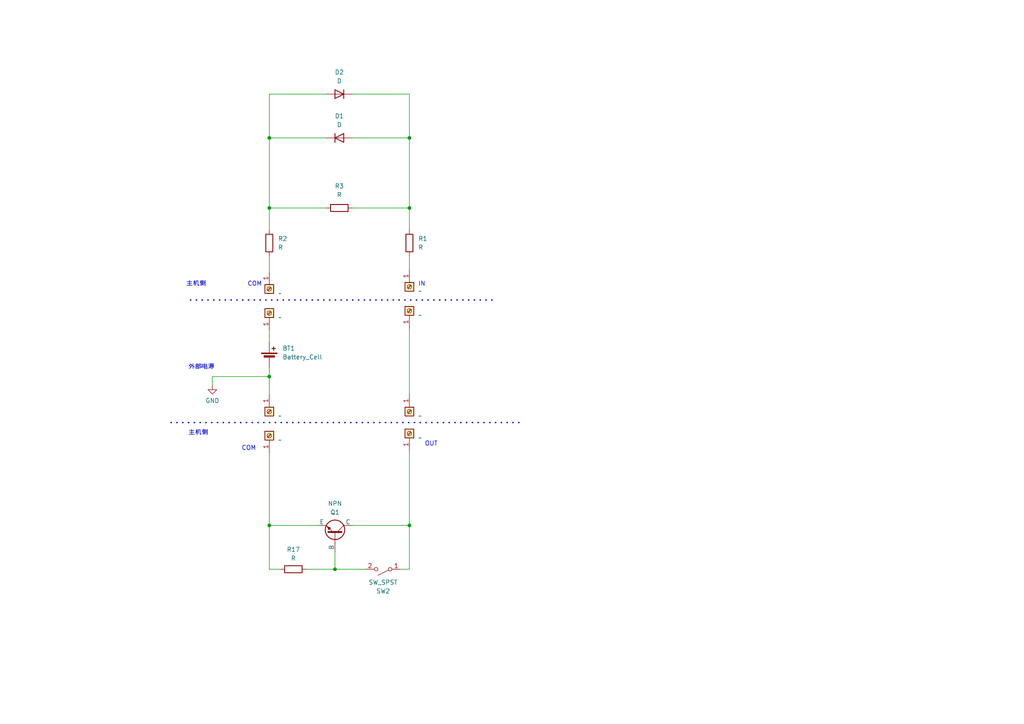
<source format=kicad_sch>
(kicad_sch (version 20230121) (generator eeschema)
  (paper "A4")
  (lib_symbols
    (symbol "Connector:Screw_Terminal_01x01" (pin_names (offset 1.016) hide)
      (property "Reference" "J" (at 0 2.54 0))
      (property "Value" "Screw_Terminal_01x01" (at 0 -2.54 0))
      (symbol "Screw_Terminal_01x01_1_1"
        (rectangle (start -1.27 1.27) (end 1.27 -1.27) (stroke (width 0.254)) (fill (type background)))
        (polyline (pts (xy -0.5334 0.3302) (xy 0.3302 -0.508)) (stroke (width 0.1524)))
        (polyline (pts (xy -0.3556 0.508) (xy 0.508 -0.3302)) (stroke (width 0.1524)))
        (circle (center 0 0) (radius 0.635) (stroke (width 0.1524)))
        (pin passive line (at -5.08 0 0) (length 3.81) (name "Pin_1") (number "1"))
      )
    )
    (symbol "Device:Battery_Cell" (pin_numbers hide) (pin_names (offset 0) hide)
      (property "Reference" "BT" (at 2.54 2.54 0))
      (property "Value" "Battery_Cell" (at 2.54 0 0))
      (symbol "Battery_Cell_0_1"
        (rectangle (start -2.286 1.778) (end 2.286 1.524) (fill (type outline)))
        (rectangle (start -1.524 1.016) (end 1.524 0.508) (fill (type outline)))
        (polyline (pts (xy 0 0.762) (xy 0 0)))
        (polyline (pts (xy 0 1.778) (xy 0 2.54)))
        (polyline (pts (xy 0.762 3.048) (xy 1.778 3.048)) (stroke (width 0.254)))
        (polyline (pts (xy 1.27 3.556) (xy 1.27 2.54)) (stroke (width 0.254)))
      )
      (symbol "Battery_Cell_1_1"
        (pin passive line (at 0 5.08 270) (length 2.54) (name "+") (number "1"))
        (pin passive line (at 0 -2.54 90) (length 2.54) (name "-") (number "2"))
      )
    )
    (symbol "Device:D" (pin_numbers hide) (pin_names (offset 1.016) hide)
      (property "Reference" "D" (at 0 2.54 0))
      (property "Value" "D" (at 0 -2.54 0))
      (symbol "D_0_1"
        (polyline (pts (xy -1.27 1.27) (xy -1.27 -1.27)) (stroke (width 0.254)))
        (polyline (pts (xy 1.27 0) (xy -1.27 0)))
        (polyline (pts (xy 1.27 1.27) (xy 1.27 -1.27) (xy -1.27 0) (xy 1.27 1.27)) (stroke (width 0.254)))
      )
      (symbol "D_1_1"
        (pin passive line (at -3.81 0 0) (length 2.54) (name "K") (number "1"))
        (pin passive line (at 3.81 0 180) (length 2.54) (name "A") (number "2"))
      )
    )
    (symbol "Device:R" (pin_numbers hide) (pin_names (offset 0))
      (property "Reference" "R" (at 2.032 0 90))
      (property "Value" "R" (at 0 0 90))
      (symbol "R_0_1"
        (rectangle (start -1.016 -2.54) (end 1.016 2.54) (stroke (width 0.254)))
      )
      (symbol "R_1_1"
        (pin passive line (at 0 3.81 270) (length 1.27) (name "~") (number "1"))
        (pin passive line (at 0 -3.81 90) (length 1.27) (name "~") (number "2"))
      )
    )
    (symbol "Simulation_SPICE:NPN" (pin_numbers hide) (pin_names (offset 0))
      (property "Reference" "Q" (at -2.54 7.62 0))
      (property "Value" "NPN" (at -2.54 5.08 0))
      (symbol "NPN_0_1"
        (polyline (pts (xy -2.54 0) (xy 0.635 0)) (stroke (width 0.1524)))
        (polyline (pts (xy 0.635 0.635) (xy 2.54 2.54)))
        (polyline (pts (xy 2.794 -1.27) (xy 2.794 -1.27)) (stroke (width 0.1524)))
        (polyline (pts (xy 2.794 -1.27) (xy 2.794 -1.27)) (stroke (width 0.1524)))
        (polyline (pts (xy 0.635 -0.635) (xy 2.54 -2.54) (xy 2.54 -2.54)))
        (polyline (pts (xy 0.635 1.905) (xy 0.635 -1.905) (xy 0.635 -1.905)) (stroke (width 0.508)))
        (polyline (pts (xy 1.27 -1.778) (xy 1.778 -1.27) (xy 2.286 -2.286) (xy 1.27 -1.778) (xy 1.27 -1.778)) (fill (type outline)))
        (circle (center 1.27 0) (radius 2.8194) (stroke (width 0.254)))
      )
      (symbol "NPN_1_1"
        (pin open_collector line (at 2.54 5.08 270) (length 2.54) (name "C") (number "1"))
        (pin input line (at -5.08 0 0) (length 2.54) (name "B") (number "2"))
        (pin open_emitter line (at 2.54 -5.08 90) (length 2.54) (name "E") (number "3"))
      )
    )
    (symbol "Switch:SW_SPST" (pin_names (offset 0) hide)
      (property "Reference" "SW" (at 0 3.175 0))
      (property "Value" "SW_SPST" (at 0 -2.54 0))
      (symbol "SW_SPST_0_0"
        (circle (center -2.032 0) (radius 0.508))
        (polyline (pts (xy -1.524 0.254) (xy 1.524 1.778)))
        (circle (center 2.032 0) (radius 0.508))
      )
      (symbol "SW_SPST_1_1"
        (pin passive line (at -5.08 0 0) (length 2.54) (name "A") (number "1"))
        (pin passive line (at 5.08 0 180) (length 2.54) (name "B") (number "2"))
      )
    )
    (symbol "power:GND" (power) (pin_names (offset 0))
      (property "Value" "GND" (at 0 -3.81 0))
      (symbol "GND_0_1"
        (polyline (pts (xy 0 0) (xy 0 -1.27) (xy 1.27 -1.27) (xy 0 -2.54) (xy -1.27 -1.27) (xy 0 -1.27)))
      )
      (symbol "GND_1_1"
        (pin power_in line (at 0 0 270) (length 0) hide (name "GND") (number "1"))
      )
    )
  )
  (junction (at 78.105 40.005))
  (junction (at 78.105 152.4))
  (junction (at 118.745 60.325))
  (junction (at 78.105 109.22))
  (junction (at 78.105 60.325))
  (junction (at 118.745 40.005))
  (junction (at 118.745 152.4))
  (junction (at 97.155 165.1))
  (wire (pts (xy 88.9 165.1) (xy 97.155 165.1)))
  (wire (pts (xy 78.105 165.1) (xy 78.105 152.4)))
  (wire (pts (xy 78.105 95.885) (xy 78.105 99.06)))
  (wire (pts (xy 97.155 165.1) (xy 97.155 160.02)))
  (wire (pts (xy 78.105 109.22) (xy 78.105 114.3)))
  (wire (pts (xy 94.615 40.005) (xy 78.105 40.005)))
  (wire (pts (xy 118.745 165.1) (xy 118.745 152.4)))
  (wire (pts (xy 78.105 27.305) (xy 78.105 40.005)))
  (wire (pts (xy 118.745 40.005) (xy 118.745 60.325)))
  (wire (pts (xy 61.595 109.22) (xy 78.105 109.22)))
  (wire (pts (xy 102.235 27.305) (xy 118.745 27.305)))
  (wire (pts (xy 78.105 131.445) (xy 78.105 152.4)))
  (polyline (pts (xy 150.495 122.555) (xy 49.53 122.555)) (stroke (width 0.4) (type dot)))
  (wire (pts (xy 118.745 60.325) (xy 118.745 66.675)))
  (wire (pts (xy 61.595 111.76) (xy 61.595 109.22)))
  (wire (pts (xy 78.105 74.295) (xy 78.105 78.74)))
  (wire (pts (xy 118.745 130.81) (xy 118.745 152.4)))
  (wire (pts (xy 78.105 66.675) (xy 78.105 60.325)))
  (wire (pts (xy 92.075 152.4) (xy 78.105 152.4)))
  (wire (pts (xy 118.745 74.295) (xy 118.745 78.105)))
  (wire (pts (xy 106.045 165.1) (xy 97.155 165.1)))
  (wire (pts (xy 102.235 60.325) (xy 118.745 60.325)))
  (wire (pts (xy 81.28 165.1) (xy 78.105 165.1)))
  (wire (pts (xy 78.105 106.68) (xy 78.105 109.22)))
  (wire (pts (xy 102.235 152.4) (xy 118.745 152.4)))
  (wire (pts (xy 78.105 40.005) (xy 78.105 60.325)))
  (wire (pts (xy 102.235 40.005) (xy 118.745 40.005)))
  (wire (pts (xy 78.105 60.325) (xy 94.615 60.325)))
  (wire (pts (xy 94.615 27.305) (xy 78.105 27.305)))
  (wire (pts (xy 116.205 165.1) (xy 118.745 165.1)))
  (wire (pts (xy 118.745 27.305) (xy 118.745 40.005)))
  (polyline (pts (xy 55.245 86.995) (xy 144.145 86.995)) (stroke (width 0.4) (type dot)))
  (wire (pts (xy 118.745 95.25) (xy 118.745 114.3)))
  (text "OUT\n" (at 127 129.54 0) (effects (font (size 1.27 1.27)) (justify right bottom)))
  (text "主机侧" (at 53.975 83.185 0) (effects (font (size 1.27 1.27)) (justify left bottom)))
  (text "COM" (at 74.295 130.81 0) (effects (font (size 1.27 1.27)) (justify right bottom)))
  (text "外部电源" (at 54.61 107.315 0) (effects (font (size 1.27 1.27)) (justify left bottom)))
  (text "COM" (at 71.755 83.185 0) (effects (font (size 1.27 1.27)) (justify left bottom)))
  (text "IN" (at 121.285 83.185 0) (effects (font (size 1.27 1.27)) (justify left bottom)))
  (text "主机侧" (at 54.61 126.365 0) (effects (font (size 1.27 1.27)) (justify left bottom)))
  (symbol (lib_id "Device:R") (at 85.09 165.1 90) (unit 1)
    (property "Reference" "R17" (at 85.09 159.385 90))
    (property "Value" "R" (at 85.09 161.925 90))
  )
  (symbol (lib_id "Connector:Screw_Terminal_01x01") (at 78.105 83.82 270) (unit 1)
    (property "Reference" "J9" (effects hide))
    (property "Value" "~" (at 80.645 85.09 90) (effects (justify left)))
  )
  (symbol (lib_id "Device:R") (at 98.425 60.325 270) (unit 1)
    (property "Reference" "R3" (at 98.425 53.975 90))
    (property "Value" "R" (at 98.425 56.515 90))
    (instances (project "SimpeIODiagram" (path "" (reference "R3") (unit 1)) (path "" (reference "R2") (unit 1)) (path "" (reference "R6") (unit 1))))
  )
  (symbol (lib_id "Connector:Screw_Terminal_01x01") (at 78.105 126.365 90) (unit 1)
    (property "Reference" "J12" (effects hide))
    (property "Value" "~" (at 80.645 127.635 90) (effects (justify right)))
  )
  (symbol (lib_id "Device:D") (at 98.425 27.305 180) (unit 1)
    (property "Reference" "D2" (at 98.425 20.955 0))
    (property "Value" "D" (at 98.425 23.495 0))
    (property "Sim.Device" "D" (effects hide))
    (property "Sim.Pins" "1=K 2=A" (effects hide))
    (instances (project "SimpeIODiagram" (path "" (reference "D2") (unit 1)) (path "" (reference "D1") (unit 1)) (path "" (reference "D3") (unit 1))))
  )
  (symbol (lib_id "Connector:Screw_Terminal_01x01") (at 118.745 90.17 90) (unit 1)
    (property "Reference" "J14" (effects hide))
    (property "Value" "~" (at 121.285 91.44 90) (effects (justify right)))
  )
  (symbol (lib_id "Connector:Screw_Terminal_01x01") (at 118.745 119.38 270) (unit 1)
    (property "Reference" "J15" (effects hide))
    (property "Value" "~" (at 121.285 120.65 90) (effects (justify left)))
  )
  (symbol (lib_id "Connector:Screw_Terminal_01x01") (at 118.745 125.73 90) (unit 1)
    (property "Reference" "J16" (effects hide))
    (property "Value" "~" (at 121.285 127 90) (effects (justify right)))
  )
  (symbol (lib_id "Switch:SW_SPST") (at 111.125 165.1 180) (unit 1)
    (property "Reference" "SW2" (at 111.125 171.45 0))
    (property "Value" "SW_SPST" (at 111.125 168.91 0))
    (instances (project "SimpeIODiagram" (path "" (reference "SW2") (unit 1)) (path "" (reference "SW2") (unit 1)) (path "" (reference "SW4") (unit 1))))
  )
  (symbol (lib_id "Device:R") (at 78.105 70.485 0) (unit 1)
    (property "Reference" "R2" (at 80.645 69.215 0) (effects (justify left)))
    (property "Value" "R" (at 80.645 71.755 0) (effects (justify left)))
    (instances (project "SimpeIODiagram" (path "" (reference "R2") (unit 1)) (path "" (reference "R1") (unit 1)) (path "" (reference "R5") (unit 1))))
  )
  (symbol (lib_id "Device:R") (at 118.745 70.485 0) (unit 1)
    (property "Reference" "R1" (at 121.285 69.215 0) (effects (justify left)))
    (property "Value" "R" (at 121.285 71.755 0) (effects (justify left)))
    (instances (project "SimpeIODiagram" (path "" (reference "R1") (unit 1)) (path "" (reference "R3") (unit 1)) (path "" (reference "R7") (unit 1))))
  )
  (symbol (lib_id "power:GND") (at 61.595 111.76 0) (unit 1)
    (property "Reference" "#PWR02" (effects hide))
    (property "Value" "GND" (at 61.595 116.205 0))
  )
  (symbol (lib_id "Device:Battery_Cell") (at 78.105 104.14 0) (unit 1)
    (property "Reference" "BT1" (at 81.915 101.0285 0) (effects (justify left)))
    (property "Value" "Battery_Cell" (at 81.915 103.5685 0) (effects (justify left)))
    (instances (project "SimpeIODiagram" (path "" (reference "BT1") (unit 1)) (path "" (reference "BT1") (unit 1)) (path "" (reference "BT3") (unit 1))))
  )
  (symbol (lib_id "Connector:Screw_Terminal_01x01") (at 118.745 83.185 270) (unit 1)
    (property "Reference" "J13" (effects hide))
    (property "Value" "~" (at 121.285 84.455 90) (effects (justify left)))
  )
  (symbol (lib_id "Connector:Screw_Terminal_01x01") (at 78.105 90.805 90) (unit 1)
    (property "Reference" "J10" (effects hide))
    (property "Value" "~" (at 80.645 92.075 90) (effects (justify right)))
  )
  (symbol (lib_id "Connector:Screw_Terminal_01x01") (at 78.105 119.38 270) (unit 1)
    (property "Reference" "J11" (effects hide))
    (property "Value" "~" (at 80.645 120.65 90) (effects (justify left)))
  )
  (symbol (lib_id "Simulation_SPICE:NPN") (at 97.155 154.94 270) (mirror x) (unit 1)
    (property "Reference" "Q1" (at 97.155 148.59 90))
    (property "Value" "NPN" (at 97.155 146.05 90))
    (property "Sim.Device" "NPN" (effects hide))
    (property "Sim.Type" "GUMMELPOON" (effects hide))
    (property "Sim.Pins" "1=C 2=B 3=E" (effects hide))
    (instances (project "SimpeIODiagram" (path "" (reference "Q1") (unit 1)) (path "" (reference "Q1") (unit 1)) (path "" (reference "Q2") (unit 1))))
  )
  (symbol (lib_id "Device:D") (at 98.425 40.005 0) (unit 1)
    (property "Reference" "D1" (at 98.425 33.655 0))
    (property "Value" "D" (at 98.425 36.195 0))
    (property "Sim.Device" "D" (effects hide))
    (property "Sim.Pins" "1=K 2=A" (effects hide))
    (instances (project "SimpeIODiagram" (path "" (reference "D1") (unit 1)) (path "" (reference "D2") (unit 1)) (path "" (reference "D4") (unit 1))))
  )
)
</source>
